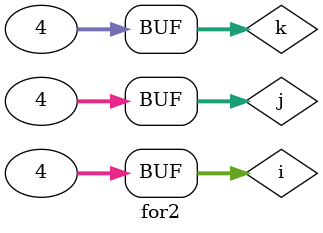
<source format=v>
module for2;

   integer i, j, k;

   initial begin
      for(i=0; i<=3; i=i+1)
         for(j = 0; j<=i; j=j+1) begin
            for(k = 0; k<=j; k=k+1) begin
               if(i*j*k != 1)
                 $display("for i=%0d j=%0d k=%0d", i, j, k);
            end
         end
   end

endmodule

</source>
